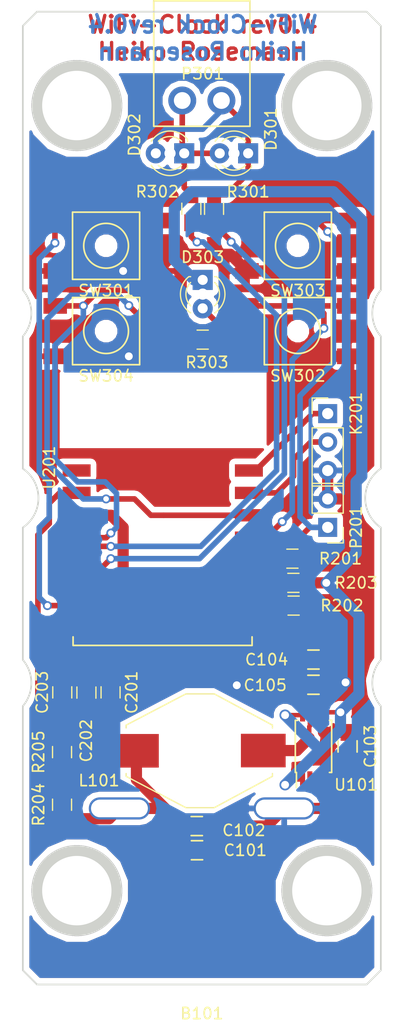
<source format=kicad_pcb>
(kicad_pcb (version 4) (host pcbnew 4.0.7)
  (layers (0 F.Cu signal) (31 B.Cu signal) (34 B.Paste user hide) (35 F.Paste user hide) (36 B.SilkS user) (37 F.SilkS user) (38 B.Mask user) (39 F.Mask user) (44 Edge.Cuts user))
  (net 0 "")
  (net 1 +BATT)
  (net 2 GND)
  (net 3 "Net-(C103-Pad1)")
  (net 4 VCC)
  (net 5 "Net-(L101-Pad2)")
  (net 6 CLOCK1)
  (net 7 CLOCK2)
  (net 8 "Net-(D301-Pad1)")
  (net 9 "Net-(D301-Pad2)")
  (net 10 "Net-(D303-Pad2)")
  (net 11 "Net-(K201-Pad1)")
  (net 12 "Net-(K201-Pad2)")
  (net 13 "Net-(R202-Pad2)")
  (net 14 "Net-(R203-Pad1)")
  (net 15 STATUS_LED)
  (net 16 KEY)
  (net 17 "Net-(R204-Pad2)")
  (net 18 KEY_MINUTE)
  (net 19 KEY_CONF)
  (net 20 KEY_HOUR)
  (module Capacitors_SMD:C_0805_HandSoldering (layer F.Cu) (at 99.568 131.445)
    (fp_text reference C101 (at 4.318 0 180) (layer F.SilkS))
    (fp_text value 22u/25V)
    (fp_line (start 0.5 -0.85) (end -0.5 -0.85) (layer F.SilkS) (width 0.15))
    (fp_line (start -0.5 0.85) (end 0.5 0.85) (layer F.SilkS) (width 0.15))
    (pad 1 smd rect (at -1.25 0) (size 1.5 1.25) (layers F.Cu F.Paste F.Mask) (net 1 +BATT))
    (pad 2 smd rect (at 1.25 0) (size 1.5 1.25) (layers F.Cu F.Paste F.Mask) (net 2 GND))
  )
  (module Capacitors_SMD:C_0805_HandSoldering (layer F.Cu) (at 99.548 129.286)
    (fp_text reference C102 (at 4.211 0.381) (layer F.SilkS))
    (fp_text value 22u/25V)
    (fp_line (start 0.5 -0.85) (end -0.5 -0.85) (layer F.SilkS) (width 0.15))
    (fp_line (start -0.5 0.85) (end 0.5 0.85) (layer F.SilkS) (width 0.15))
    (pad 1 smd rect (at -1.25 0) (size 1.5 1.25) (layers F.Cu F.Paste F.Mask) (net 1 +BATT))
    (pad 2 smd rect (at 1.25 0) (size 1.5 1.25) (layers F.Cu F.Paste F.Mask) (net 2 GND))
  )
  (module Capacitors_SMD:C_0805_HandSoldering (layer F.Cu) (at 113.03 122.174 90)
    (fp_text reference C103 (at 0 2.032 90) (layer F.SilkS))
    (fp_text value 100n)
    (fp_line (start 0.5 -0.85) (end -0.5 -0.85) (layer F.SilkS) (width 0.15))
    (fp_line (start -0.5 0.85) (end 0.5 0.85) (layer F.SilkS) (width 0.15))
    (pad 1 smd rect (at -1.25 0 90) (size 1.5 1.25) (layers F.Cu F.Paste F.Mask) (net 3 "Net-(C103-Pad1)"))
    (pad 2 smd rect (at 1.25 0 90) (size 1.5 1.25) (layers F.Cu F.Paste F.Mask) (net 2 GND))
  )
  (module Capacitors_SMD:C_0805_HandSoldering (layer F.Cu) (at 109.977 114.419)
    (fp_text reference C104 (at -4.186 0.008 180) (layer F.SilkS))
    (fp_text value 22u/25V)
    (fp_line (start 0.5 -0.85) (end -0.5 -0.85) (layer F.SilkS) (width 0.15))
    (fp_line (start -0.5 0.85) (end 0.5 0.85) (layer F.SilkS) (width 0.15))
    (pad 1 smd rect (at -1.25 0) (size 1.5 1.25) (layers F.Cu F.Paste F.Mask) (net 4 VCC))
    (pad 2 smd rect (at 1.25 0) (size 1.5 1.25) (layers F.Cu F.Paste F.Mask) (net 2 GND))
  )
  (module Capacitors_SMD:C_0805_HandSoldering (layer F.Cu) (at 109.977 116.669)
    (fp_text reference C105 (at -4.313 0.044) (layer F.SilkS))
    (fp_text value 22u/25V)
    (fp_line (start 0.5 -0.85) (end -0.5 -0.85) (layer F.SilkS) (width 0.15))
    (fp_line (start -0.5 0.85) (end 0.5 0.85) (layer F.SilkS) (width 0.15))
    (pad 1 smd rect (at -1.25 0) (size 1.5 1.25) (layers F.Cu F.Paste F.Mask) (net 4 VCC))
    (pad 2 smd rect (at 1.25 0) (size 1.5 1.25) (layers F.Cu F.Paste F.Mask) (net 2 GND))
  )
  (module Housings_SSOP:TSSOP-8_4.4x3mm_Pitch0.65mm (layer F.Cu) (at 109.982 122.174 90)
    (fp_text reference U101 (at -3.429 3.81 180) (layer F.SilkS))
    (fp_text value L6920D)
    (fp_line (start -2.325 -1.625) (end -2.325 -1.525) (layer F.SilkS) (width 0.15))
    (fp_line (start 2.325 -1.625) (end 2.325 -1.425) (layer F.SilkS) (width 0.15))
    (fp_line (start 2.325 1.625) (end 2.325 1.425) (layer F.SilkS) (width 0.15))
    (fp_line (start -2.325 1.625) (end -2.325 1.425) (layer F.SilkS) (width 0.15))
    (fp_line (start -2.325 -1.625) (end 2.325 -1.625) (layer F.SilkS) (width 0.15))
    (fp_line (start -2.325 1.625) (end 2.325 1.625) (layer F.SilkS) (width 0.15))
    (fp_line (start -2.325 -1.525) (end -3.675 -1.525) (layer F.SilkS) (width 0.15))
    (pad 1 smd rect (at -2.95 -0.975 90) (size 1.45 0.45) (layers F.Cu F.Paste F.Mask) (net 4 VCC))
    (pad 2 smd rect (at -2.95 -0.325 90) (size 1.45 0.45) (layers F.Cu F.Paste F.Mask))
    (pad 3 smd rect (at -2.95 0.325 90) (size 1.45 0.45) (layers F.Cu F.Paste F.Mask))
    (pad 4 smd rect (at -2.95 0.975 90) (size 1.45 0.45) (layers F.Cu F.Paste F.Mask) (net 3 "Net-(C103-Pad1)"))
    (pad 5 smd rect (at 2.95 0.975 90) (size 1.45 0.45) (layers F.Cu F.Paste F.Mask) (net 4 VCC))
    (pad 6 smd rect (at 2.95 0.325 90) (size 1.45 0.45) (layers F.Cu F.Paste F.Mask) (net 2 GND))
    (pad 7 smd rect (at 2.95 -0.325 90) (size 1.45 0.45) (layers F.Cu F.Paste F.Mask) (net 5 "Net-(L101-Pad2)"))
    (pad 8 smd rect (at 2.95 -0.975 90) (size 1.45 0.45) (layers F.Cu F.Paste F.Mask) (net 4 VCC))
  )
  (module myFootprints:NEW_AGE_COMPACT_AA_PCBEdges (layer F.Cu) (at 100 100 180)
    (fp_text reference B101 (at 0 -46.0248 180) (layer F.SilkS))
    (fp_text value BATT_HOLDER_2)
    (fp_arc (start -18.415 -16.51) (end -16.002 -18.57248) (angle 81) (layer Edge.Cuts) (width 0.15))
    (fp_line (start 16.002 18.57248) (end 16.002 42.164) (layer Edge.Cuts) (width 0.15))
    (fp_line (start 16.002 2.6289) (end 16.002 14.44752) (layer Edge.Cuts) (width 0.15))
    (fp_line (start 16.002 -14.44752) (end 16.002 -2.6289) (layer Edge.Cuts) (width 0.15))
    (fp_line (start -16.002 -42.164) (end -14.732 -43.434) (layer Edge.Cuts) (width 0.15))
    (fp_line (start 14.732 -43.434) (end -14.732 -43.434) (layer Edge.Cuts) (width 0.15))
    (fp_line (start 14.732 -43.434) (end 16.002 -42.164) (layer Edge.Cuts) (width 0.15))
    (fp_line (start 16.002 42.164) (end 14.732 43.434) (layer Edge.Cuts) (width 0.15))
    (fp_line (start 14.732 43.434) (end -14.732 43.434) (layer Edge.Cuts) (width 0.15))
    (fp_line (start -14.732 43.434) (end -16.002 42.164) (layer Edge.Cuts) (width 0.15))
    (fp_line (start 16.002 -42.164) (end 16.002 -18.57248) (layer Edge.Cuts) (width 0.15))
    (fp_line (start -16.002 -42.164) (end -16.002 -18.57248) (layer Edge.Cuts) (width 0.15))
    (fp_line (start -16.002 -14.44752) (end -16.002 -2.6289) (layer Edge.Cuts) (width 0.15))
    (fp_line (start -16.002 2.6289) (end -16.002 14.44752) (layer Edge.Cuts) (width 0.15))
    (fp_line (start -16.002 18.57248) (end -16.002 42.164) (layer Edge.Cuts) (width 0.15))
    (fp_arc (start -18.415 16.51) (end -16.002 14.44752) (angle 81) (layer Edge.Cuts) (width 0.15))
    (fp_arc (start -17.78 0) (end -16.002 -2.6289) (angle 111.8) (layer Edge.Cuts) (width 0.15))
    (fp_arc (start 18.415 16.51) (end 16.002 18.57248) (angle 81) (layer Edge.Cuts) (width 0.15))
    (fp_arc (start 18.415 -16.51) (end 16.002 -14.44752) (angle 81) (layer Edge.Cuts) (width 0.15))
    (fp_arc (start 17.78 0) (end 16.002 2.6289) (angle 111.8) (layer Edge.Cuts) (width 0.15))
    (pad "" np_thru_hole circle (at -11.176 35.052 180) (size 8.128 8.128) (drill 6.1976) (layers *.Cu *.Mask Edge.Cuts))
    (pad "" np_thru_hole circle (at 11.176 -35.052 180) (size 8.128 8.128) (drill 6.1976) (layers *.Cu *.Mask Edge.Cuts))
    (pad "" np_thru_hole circle (at -11.176 -35.052 180) (size 8.128 8.128) (drill 6.1976) (layers *.Cu *.Mask Edge.Cuts))
    (pad "" np_thru_hole circle (at 11.176 35.052 180) (size 8.128 8.128) (drill 6.1976) (layers *.Cu *.Mask Edge.Cuts))
    (pad MI thru_hole oval (at -7.366 -27.7114 180) (size 5.48 1.9748) (drill oval 5.08 1.5748) (layers *.Cu *.Mask) (net 2 GND))
    (pad PL thru_hole oval (at 7.366 -27.7114 180) (size 5.48 1.9748) (drill oval 5.08 1.5748) (layers *.Cu *.Mask) (net 1 +BATT))
  )
  (module Capacitors_SMD:C_0805_HandSoldering (layer F.Cu) (at 91.840734 117.348 270)
    (fp_text reference C201 (at 0 -1.885266 270) (layer F.SilkS))
    (fp_text value 100n)
    (fp_line (start 0.5 -0.85) (end -0.5 -0.85) (layer F.SilkS) (width 0.12))
    (fp_line (start -0.5 0.85) (end 0.5 0.85) (layer F.SilkS) (width 0.12))
    (pad 1 smd rect (at -1.25 0 270) (size 1.5 1.25) (layers F.Cu F.Paste F.Mask) (net 4 VCC))
    (pad 2 smd rect (at 1.25 0 270) (size 1.5 1.25) (layers F.Cu F.Paste F.Mask) (net 2 GND))
  )
  (module Capacitors_SMD:C_0805_HandSoldering (layer F.Cu) (at 89.681734 117.368 270)
    (fp_text reference C202 (at 4.298 0.019734 270) (layer F.SilkS))
    (fp_text value 22u)
    (fp_line (start 0.5 -0.85) (end -0.5 -0.85) (layer F.SilkS) (width 0.12))
    (fp_line (start -0.5 0.85) (end 0.5 0.85) (layer F.SilkS) (width 0.12))
    (pad 1 smd rect (at -1.25 0 270) (size 1.5 1.25) (layers F.Cu F.Paste F.Mask) (net 4 VCC))
    (pad 2 smd rect (at 1.25 0 270) (size 1.5 1.25) (layers F.Cu F.Paste F.Mask) (net 2 GND))
  )
  (module Capacitors_SMD:C_0805_HandSoldering (layer F.Cu) (at 87.522734 117.348 270)
    (fp_text reference C203 (at 0 1.797734 270) (layer F.SilkS))
    (fp_text value 100u)
    (fp_line (start 0.5 -0.85) (end -0.5 -0.85) (layer F.SilkS) (width 0.12))
    (fp_line (start -0.5 0.85) (end 0.5 0.85) (layer F.SilkS) (width 0.12))
    (pad 1 smd rect (at -1.25 0 270) (size 1.5 1.25) (layers F.Cu F.Paste F.Mask) (net 4 VCC))
    (pad 2 smd rect (at 1.25 0 270) (size 1.5 1.25) (layers F.Cu F.Paste F.Mask) (net 2 GND))
  )
  (module myFootprints:LED_D3.0mm (layer F.Cu) (at 104.14 69.215 180)
    (fp_text reference D301 (at -2.032 2.159 270) (layer F.SilkS))
    (fp_text value red)
    (fp_arc (start 1.27 0) (end -0.29 -1.235516) (angle 108.8) (layer F.SilkS) (width 0.12))
    (fp_arc (start 1.27 0) (end -0.29 1.235516) (angle -108.8) (layer F.SilkS) (width 0.12))
    (fp_arc (start 1.27 0) (end 0.229039 -1.08) (angle 87.9) (layer F.SilkS) (width 0.12))
    (fp_arc (start 1.27 0) (end 0.229039 1.08) (angle -87.9) (layer F.SilkS) (width 0.12))
    (fp_line (start -0.29 -1.236) (end -0.29 -1.08) (layer F.SilkS) (width 0.12))
    (fp_line (start -0.29 1.08) (end -0.29 1.236) (layer F.SilkS) (width 0.12))
    (pad 1 thru_hole rect (at 0 0 180) (size 1.8 1.8) (drill 0.9) (layers *.Cu *.Mask) (net 8 "Net-(D301-Pad1)"))
    (pad 2 thru_hole circle (at 2.54 0 180) (size 1.8 1.8) (drill 0.9) (layers *.Cu *.Mask) (net 9 "Net-(D301-Pad2)"))
    (pad "" np_thru_hole circle (at 1.27 0 180) (size 1 1) (drill 1) (layers *.Cu *.Mask))
  )
  (module myFootprints:LED_D3.0mm (layer F.Cu) (at 98.425 69.215 180)
    (fp_text reference D302 (at 4.445 1.651 270) (layer F.SilkS))
    (fp_text value red)
    (fp_arc (start 1.27 0) (end -0.29 -1.235516) (angle 108.8) (layer F.SilkS) (width 0.12))
    (fp_arc (start 1.27 0) (end -0.29 1.235516) (angle -108.8) (layer F.SilkS) (width 0.12))
    (fp_arc (start 1.27 0) (end 0.229039 -1.08) (angle 87.9) (layer F.SilkS) (width 0.12))
    (fp_arc (start 1.27 0) (end 0.229039 1.08) (angle -87.9) (layer F.SilkS) (width 0.12))
    (fp_line (start -0.29 -1.236) (end -0.29 -1.08) (layer F.SilkS) (width 0.12))
    (fp_line (start -0.29 1.08) (end -0.29 1.236) (layer F.SilkS) (width 0.12))
    (pad 1 thru_hole rect (at 0 0 180) (size 1.8 1.8) (drill 0.9) (layers *.Cu *.Mask) (net 9 "Net-(D301-Pad2)"))
    (pad 2 thru_hole circle (at 2.54 0 180) (size 1.8 1.8) (drill 0.9) (layers *.Cu *.Mask) (net 8 "Net-(D301-Pad1)"))
    (pad "" np_thru_hole circle (at 1.27 0 180) (size 1 1) (drill 1) (layers *.Cu *.Mask))
  )
  (module myFootprints:LED_D3.0mm (layer F.Cu) (at 100.076 80.518 270)
    (fp_text reference D303 (at -2.032 0 360) (layer F.SilkS))
    (fp_text value red)
    (fp_arc (start 1.27 0) (end -0.29 -1.235516) (angle 108.8) (layer F.SilkS) (width 0.12))
    (fp_arc (start 1.27 0) (end -0.29 1.235516) (angle -108.8) (layer F.SilkS) (width 0.12))
    (fp_arc (start 1.27 0) (end 0.229039 -1.08) (angle 87.9) (layer F.SilkS) (width 0.12))
    (fp_arc (start 1.27 0) (end 0.229039 1.08) (angle -87.9) (layer F.SilkS) (width 0.12))
    (fp_line (start -0.29 -1.236) (end -0.29 -1.08) (layer F.SilkS) (width 0.12))
    (fp_line (start -0.29 1.08) (end -0.29 1.236) (layer F.SilkS) (width 0.12))
    (pad 1 thru_hole rect (at 0 0 270) (size 1.8 1.8) (drill 0.9) (layers *.Cu *.Mask) (net 4 VCC))
    (pad 2 thru_hole circle (at 2.54 0 270) (size 1.8 1.8) (drill 0.9) (layers *.Cu *.Mask) (net 10 "Net-(D303-Pad2)"))
    (pad "" np_thru_hole circle (at 1.27 0 270) (size 1 1) (drill 1) (layers *.Cu *.Mask))
  )
  (module Pin_Headers:Pin_Header_Straight_1x03_Pitch2.54mm (layer F.Cu) (at 111.252 92.456)
    (fp_text reference K201 (at 2.54 0 90) (layer F.SilkS))
    (fp_text value UART_ESP)
    (fp_line (start -1.39 1.27) (end -1.39 6.47) (layer F.SilkS) (width 0.12))
    (fp_line (start -1.39 6.47) (end 1.39 6.47) (layer F.SilkS) (width 0.12))
    (fp_line (start 1.39 6.47) (end 1.39 1.27) (layer F.SilkS) (width 0.12))
    (fp_line (start 1.39 1.27) (end -1.39 1.27) (layer F.SilkS) (width 0.12))
    (fp_line (start -1.39 0) (end -1.39 -1.39) (layer F.SilkS) (width 0.12))
    (fp_line (start -1.39 -1.39) (end 0 -1.39) (layer F.SilkS) (width 0.12))
    (pad 1 thru_hole rect (at 0 0) (size 1.7 1.7) (drill 1) (layers *.Cu *.Mask) (net 11 "Net-(K201-Pad1)"))
    (pad 2 thru_hole oval (at 0 2.54) (size 1.7 1.7) (drill 1) (layers *.Cu *.Mask) (net 12 "Net-(K201-Pad2)"))
    (pad 3 thru_hole oval (at 0 5.08) (size 1.7 1.7) (drill 1) (layers *.Cu *.Mask) (net 2 GND))
  )
  (module Inductors_SMD:L_Fastron_PISN_Handsoldering (layer F.Cu) (at 99.822 122.555 180)
    (fp_text reference L101 (at 9.017 -2.667 180) (layer F.SilkS))
    (fp_text value 22u)
    (fp_line (start -1.29 -5.09) (end 1.25 -5.09) (layer F.SilkS) (width 0.12))
    (fp_line (start -1.29 5.07) (end 1.25 5.07) (layer F.SilkS) (width 0.12))
    (fp_line (start 1.25 5.07) (end 6.59 2.28) (layer F.SilkS) (width 0.12))
    (fp_line (start 6.59 2.28) (end 6.59 2.03) (layer F.SilkS) (width 0.12))
    (fp_line (start -1.29 5.07) (end -6.49 2.28) (layer F.SilkS) (width 0.12))
    (fp_line (start -6.49 2.28) (end -6.49 2.03) (layer F.SilkS) (width 0.12))
    (fp_line (start 1.25 -5.09) (end 6.59 -2.29) (layer F.SilkS) (width 0.12))
    (fp_line (start 6.59 -2.29) (end 6.59 -2.04) (layer F.SilkS) (width 0.12))
    (fp_line (start -6.49 -2.29) (end -6.49 -2.04) (layer F.SilkS) (width 0.12))
    (fp_line (start -1.29 -5.09) (end -6.49 -2.29) (layer F.SilkS) (width 0.12))
    (pad 2 smd rect (at -5.67 0.01 180) (size 4 3) (layers F.Cu F.Paste F.Mask) (net 5 "Net-(L101-Pad2)"))
    (pad 1 smd rect (at 5.67 -0.01 180) (size 4 3) (layers F.Cu F.Paste F.Mask) (net 1 +BATT))
  )
  (module Pin_Headers:Pin_Header_Straight_1x02_Pitch2.54mm (layer F.Cu) (at 111.252 102.616 180)
    (fp_text reference P201 (at -2.54 0 270) (layer F.SilkS))
    (fp_text value ESP_BOOTLOAD)
    (fp_line (start -1.39 1.27) (end -1.39 3.93) (layer F.SilkS) (width 0.12))
    (fp_line (start -1.39 3.93) (end 1.39 3.93) (layer F.SilkS) (width 0.12))
    (fp_line (start 1.39 3.93) (end 1.39 1.27) (layer F.SilkS) (width 0.12))
    (fp_line (start 1.39 1.27) (end -1.39 1.27) (layer F.SilkS) (width 0.12))
    (fp_line (start -1.39 0) (end -1.39 -1.39) (layer F.SilkS) (width 0.12))
    (fp_line (start -1.39 -1.39) (end 0 -1.39) (layer F.SilkS) (width 0.12))
    (pad 1 thru_hole rect (at 0 0 180) (size 1.7 1.7) (drill 1) (layers *.Cu *.Mask) (net 18 KEY_MINUTE))
    (pad 2 thru_hole oval (at 0 2.54 180) (size 1.7 1.7) (drill 1) (layers *.Cu *.Mask) (net 2 GND))
  )
  (module myFootprints:AKL183-02 (layer F.Cu) (at 101.75 64.5 180)
    (fp_text reference P301 (at 1.674 2.397 180) (layer F.SilkS))
    (fp_text value CLOCK)
    (fp_line (start 6.05 8.9) (end -2.55 8.9) (layer F.SilkS) (width 0.15))
    (fp_line (start 6.05 -2.3) (end 6.05 8.9) (layer F.SilkS) (width 0.15))
    (fp_line (start -2.55 -2.3) (end 6.05 -2.3) (layer F.SilkS) (width 0.15))
    (fp_line (start -2.55 8.9) (end -2.55 -2.3) (layer F.SilkS) (width 0.15))
    (pad 1 thru_hole circle (at 0 0 180) (size 2.5 2.5) (drill 1.5) (layers *.Cu *.Mask) (net 8 "Net-(D301-Pad1)"))
    (pad 2 thru_hole circle (at 3.5 0 180) (size 2.5 2.5) (drill 1.5) (layers *.Cu *.Mask) (net 9 "Net-(D301-Pad2)"))
  )
  (module Capacitors_SMD:C_0805_HandSoldering (layer F.Cu) (at 108.097 105.41)
    (fp_text reference R201 (at 4.298 0) (layer F.SilkS))
    (fp_text value 10k)
    (fp_line (start 0.5 -0.85) (end -0.5 -0.85) (layer F.SilkS) (width 0.12))
    (fp_line (start -0.5 0.85) (end 0.5 0.85) (layer F.SilkS) (width 0.12))
    (pad 1 smd rect (at -1.25 0) (size 1.5 1.25) (layers F.Cu F.Paste F.Mask) (net 18 KEY_MINUTE))
    (pad 2 smd rect (at 1.25 0) (size 1.5 1.25) (layers F.Cu F.Paste F.Mask) (net 4 VCC))
  )
  (module Capacitors_SMD:C_0805_HandSoldering (layer F.Cu) (at 108.204 109.601 180)
    (fp_text reference R202 (at -4.318 0 180) (layer F.SilkS))
    (fp_text value 10k)
    (fp_line (start 0.5 -0.85) (end -0.5 -0.85) (layer F.SilkS) (width 0.12))
    (fp_line (start -0.5 0.85) (end 0.5 0.85) (layer F.SilkS) (width 0.12))
    (pad 1 smd rect (at -1.25 0 180) (size 1.5 1.25) (layers F.Cu F.Paste F.Mask) (net 2 GND))
    (pad 2 smd rect (at 1.25 0 180) (size 1.5 1.25) (layers F.Cu F.Paste F.Mask) (net 13 "Net-(R202-Pad2)"))
  )
  (module Capacitors_SMD:C_0805_HandSoldering (layer F.Cu) (at 108.184 107.569)
    (fp_text reference R203 (at 5.608 0) (layer F.SilkS))
    (fp_text value 10k)
    (fp_line (start 0.5 -0.85) (end -0.5 -0.85) (layer F.SilkS) (width 0.12))
    (fp_line (start -0.5 0.85) (end 0.5 0.85) (layer F.SilkS) (width 0.12))
    (pad 1 smd rect (at -1.25 0) (size 1.5 1.25) (layers F.Cu F.Paste F.Mask) (net 14 "Net-(R203-Pad1)"))
    (pad 2 smd rect (at 1.25 0) (size 1.5 1.25) (layers F.Cu F.Paste F.Mask) (net 4 VCC))
  )
  (module Capacitors_SMD:C_0805_HandSoldering (layer F.Cu) (at 101.092 74.168 270)
    (fp_text reference R301 (at -1.524 -3.048 360) (layer F.SilkS))
    (fp_text value 220)
    (fp_line (start 0.5 -0.85) (end -0.5 -0.85) (layer F.SilkS) (width 0.12))
    (fp_line (start -0.5 0.85) (end 0.5 0.85) (layer F.SilkS) (width 0.12))
    (pad 1 smd rect (at -1.25 0 270) (size 1.5 1.25) (layers F.Cu F.Paste F.Mask) (net 8 "Net-(D301-Pad1)"))
    (pad 2 smd rect (at 1.25 0 270) (size 1.5 1.25) (layers F.Cu F.Paste F.Mask) (net 6 CLOCK1))
  )
  (module Capacitors_SMD:C_0805_HandSoldering (layer F.Cu) (at 99.06 74.168 270)
    (fp_text reference R302 (at -1.524 3.048 360) (layer F.SilkS))
    (fp_text value 220)
    (fp_line (start 0.5 -0.85) (end -0.5 -0.85) (layer F.SilkS) (width 0.12))
    (fp_line (start -0.5 0.85) (end 0.5 0.85) (layer F.SilkS) (width 0.12))
    (pad 1 smd rect (at -1.25 0 270) (size 1.5 1.25) (layers F.Cu F.Paste F.Mask) (net 9 "Net-(D301-Pad2)"))
    (pad 2 smd rect (at 1.25 0 270) (size 1.5 1.25) (layers F.Cu F.Paste F.Mask) (net 7 CLOCK2))
  )
  (module Capacitors_SMD:C_0805_HandSoldering (layer F.Cu) (at 100.076 85.852)
    (fp_text reference R303 (at 0.381 2.032 180) (layer F.SilkS))
    (fp_text value 330)
    (fp_line (start 0.5 -0.85) (end -0.5 -0.85) (layer F.SilkS) (width 0.12))
    (fp_line (start -0.5 0.85) (end 0.5 0.85) (layer F.SilkS) (width 0.12))
    (pad 1 smd rect (at -1.25 0) (size 1.5 1.25) (layers F.Cu F.Paste F.Mask) (net 15 STATUS_LED))
    (pad 2 smd rect (at 1.25 0) (size 1.5 1.25) (layers F.Cu F.Paste F.Mask) (net 10 "Net-(D303-Pad2)"))
  )
  (module ESP8266:ESP-12E_SMD (layer F.Cu) (at 89.505 97.536)
    (fp_text reference U201 (at -3.145 -0.254 90) (layer F.SilkS))
    (fp_text value ESP-12E hide)
    (fp_line (start -1.016 14.859) (end -1.016 15.621) (layer F.SilkS) (width 0.1524))
    (fp_line (start -1.016 15.621) (end 14.986 15.621) (layer F.SilkS) (width 0.1524))
    (fp_line (start 14.986 15.621) (end 14.986 14.859) (layer F.SilkS) (width 0.1524))
    (pad 1 smd rect (at 0 0) (size 2.5 1.1) (drill (offset -0.7 0)) (layers F.Cu F.Paste F.Mask))
    (pad 2 smd rect (at 0 2) (size 2.5 1.1) (drill (offset -0.7 0)) (layers F.Cu F.Paste F.Mask) (net 17 "Net-(R204-Pad2)"))
    (pad 3 smd rect (at 0 4) (size 2.5 1.1) (drill (offset -0.7 0)) (layers F.Cu F.Paste F.Mask) (net 4 VCC))
    (pad 4 smd rect (at 0 6) (size 2.5 1.1) (drill (offset -0.7 0)) (layers F.Cu F.Paste F.Mask) (net 16 KEY))
    (pad 5 smd rect (at 0 8) (size 2.5 1.1) (drill (offset -0.7 0)) (layers F.Cu F.Paste F.Mask) (net 7 CLOCK2))
    (pad 6 smd rect (at 0 10) (size 2.5 1.1) (drill (offset -0.7 0)) (layers F.Cu F.Paste F.Mask) (net 6 CLOCK1))
    (pad 7 smd rect (at 0 12) (size 2.5 1.1) (drill (offset -0.7 0)) (layers F.Cu F.Paste F.Mask) (net 19 KEY_CONF))
    (pad 8 smd rect (at 0 14) (size 2.5 1.1) (drill (offset -0.7 0)) (layers F.Cu F.Paste F.Mask) (net 4 VCC))
    (pad 9 smd rect (at 14 14) (size 2.5 1.1) (drill (offset 0.7 0)) (layers F.Cu F.Paste F.Mask) (net 2 GND))
    (pad 10 smd rect (at 14 12) (size 2.5 1.1) (drill (offset 0.7 0)) (layers F.Cu F.Paste F.Mask) (net 13 "Net-(R202-Pad2)"))
    (pad 11 smd rect (at 14 10) (size 2.5 1.1) (drill (offset 0.7 0)) (layers F.Cu F.Paste F.Mask) (net 14 "Net-(R203-Pad1)"))
    (pad 12 smd rect (at 14 8) (size 2.5 1.1) (drill (offset 0.7 0)) (layers F.Cu F.Paste F.Mask) (net 18 KEY_MINUTE))
    (pad 13 smd rect (at 14 6) (size 2.5 1.1) (drill (offset 0.7 0)) (layers F.Cu F.Paste F.Mask) (net 20 KEY_HOUR))
    (pad 14 smd rect (at 14 4) (size 2.5 1.1) (drill (offset 0.7 0)) (layers F.Cu F.Paste F.Mask) (net 15 STATUS_LED))
    (pad 15 smd rect (at 14 2) (size 2.5 1.1) (drill (offset 0.7 0)) (layers F.Cu F.Paste F.Mask) (net 12 "Net-(K201-Pad2)"))
    (pad 16 smd rect (at 14 0) (size 2.5 1.1) (drill (offset 0.7 0)) (layers F.Cu F.Paste F.Mask) (net 11 "Net-(K201-Pad1)"))
    (pad 17 smd rect (at 1.99 15 90) (size 2.5 1.1) (drill (offset -0.7 0)) (layers F.Cu F.Paste F.Mask))
    (pad 18 smd rect (at 3.99 15 90) (size 2.5 1.1) (drill (offset -0.7 0)) (layers F.Cu F.Paste F.Mask))
    (pad 19 smd rect (at 5.99 15 90) (size 2.5 1.1) (drill (offset -0.7 0)) (layers F.Cu F.Paste F.Mask))
    (pad 20 smd rect (at 7.99 15 90) (size 2.5 1.1) (drill (offset -0.7 0)) (layers F.Cu F.Paste F.Mask))
    (pad 21 smd rect (at 9.99 15 90) (size 2.5 1.1) (drill (offset -0.7 0)) (layers F.Cu F.Paste F.Mask))
    (pad 22 smd rect (at 11.99 15 90) (size 2.5 1.1) (drill (offset -0.7 0)) (layers F.Cu F.Paste F.Mask))
  )
  (module Capacitors_SMD:C_0805_HandSoldering (layer F.Cu) (at 87.503 127.381 90)
    (fp_text reference R204 (at 0 -2.1 90) (layer F.SilkS))
    (fp_text value 100k)
    (fp_line (start 0.5 -0.85) (end -0.5 -0.85) (layer F.SilkS) (width 0.12))
    (fp_line (start -0.5 0.85) (end 0.5 0.85) (layer F.SilkS) (width 0.12))
    (pad 1 smd rect (at -1.25 0 90) (size 1.5 1.25) (layers F.Cu F.Paste F.Mask) (net 1 +BATT))
    (pad 2 smd rect (at 1.25 0 90) (size 1.5 1.25) (layers F.Cu F.Paste F.Mask) (net 17 "Net-(R204-Pad2)"))
  )
  (module Capacitors_SMD:C_0805_HandSoldering (layer F.Cu) (at 87.503 122.682 90)
    (fp_text reference R205 (at 0 -2.1 90) (layer F.SilkS))
    (fp_text value 47k)
    (fp_line (start 0.5 -0.85) (end -0.5 -0.85) (layer F.SilkS) (width 0.12))
    (fp_line (start -0.5 0.85) (end 0.5 0.85) (layer F.SilkS) (width 0.12))
    (pad 1 smd rect (at -1.25 0 90) (size 1.5 1.25) (layers F.Cu F.Paste F.Mask) (net 17 "Net-(R204-Pad2)"))
    (pad 2 smd rect (at 1.25 0 90) (size 1.5 1.25) (layers F.Cu F.Paste F.Mask) (net 2 GND))
  )
  (module myFootprints:Taster_9319 (layer F.Cu) (at 91.44 85.09)
    (fp_text reference SW304 (at 0 4) (layer F.SilkS))
    (fp_text value SW_PUSH)
    (fp_circle (center 0 0) (end 0 2) (layer F.SilkS) (width 0.15))
    (fp_line (start -3 -3) (end 3 -3) (layer F.SilkS) (width 0.15))
    (fp_line (start 3 -3) (end 3 3) (layer F.SilkS) (width 0.15))
    (fp_line (start 3 3) (end -3 3) (layer F.SilkS) (width 0.15))
    (fp_line (start -3 3) (end -3 -3) (layer F.SilkS) (width 0.15))
    (pad 1 smd rect (at -4.55 2.25) (size 2.1 1.4) (layers F.Cu F.Paste F.Mask) (net 2 GND))
    (pad 1 smd rect (at 4.55 2.25) (size 2.1 1.4) (layers F.Cu F.Paste F.Mask) (net 2 GND))
    (pad 2 smd rect (at -4.55 -2.25) (size 2.1 1.4) (layers F.Cu F.Paste F.Mask) (net 16 KEY))
    (pad 2 smd rect (at 4.55 -2.25) (size 2.1 1.4) (layers F.Cu F.Paste F.Mask) (net 16 KEY))
    (pad "" np_thru_hole circle (at 0 0) (size 1 1) (drill 1) (layers *.Cu *.Mask))
  )
  (module myFootprints:Taster_9319 (layer F.Cu) (at 108.585 77.47)
    (fp_text reference SW303 (at 0 4) (layer F.SilkS))
    (fp_text value SW_PUSH)
    (fp_circle (center 0 0) (end 0 2) (layer F.SilkS) (width 0.15))
    (fp_line (start -3 -3) (end 3 -3) (layer F.SilkS) (width 0.15))
    (fp_line (start 3 -3) (end 3 3) (layer F.SilkS) (width 0.15))
    (fp_line (start 3 3) (end -3 3) (layer F.SilkS) (width 0.15))
    (fp_line (start -3 3) (end -3 -3) (layer F.SilkS) (width 0.15))
    (pad 1 smd rect (at -4.55 2.25) (size 2.1 1.4) (layers F.Cu F.Paste F.Mask) (net 2 GND))
    (pad 1 smd rect (at 4.55 2.25) (size 2.1 1.4) (layers F.Cu F.Paste F.Mask) (net 2 GND))
    (pad 2 smd rect (at -4.55 -2.25) (size 2.1 1.4) (layers F.Cu F.Paste F.Mask) (net 18 KEY_MINUTE))
    (pad 2 smd rect (at 4.55 -2.25) (size 2.1 1.4) (layers F.Cu F.Paste F.Mask) (net 18 KEY_MINUTE))
    (pad "" np_thru_hole circle (at 0 0) (size 1 1) (drill 1) (layers *.Cu *.Mask))
  )
  (module myFootprints:Taster_9319 (layer F.Cu) (at 108.585 85.09)
    (fp_text reference SW302 (at 0 4) (layer F.SilkS))
    (fp_text value SW_PUSH)
    (fp_circle (center 0 0) (end 0 2) (layer F.SilkS) (width 0.15))
    (fp_line (start -3 -3) (end 3 -3) (layer F.SilkS) (width 0.15))
    (fp_line (start 3 -3) (end 3 3) (layer F.SilkS) (width 0.15))
    (fp_line (start 3 3) (end -3 3) (layer F.SilkS) (width 0.15))
    (fp_line (start -3 3) (end -3 -3) (layer F.SilkS) (width 0.15))
    (pad 1 smd rect (at -4.55 2.25) (size 2.1 1.4) (layers F.Cu F.Paste F.Mask) (net 2 GND))
    (pad 1 smd rect (at 4.55 2.25) (size 2.1 1.4) (layers F.Cu F.Paste F.Mask) (net 2 GND))
    (pad 2 smd rect (at -4.55 -2.25) (size 2.1 1.4) (layers F.Cu F.Paste F.Mask) (net 20 KEY_HOUR))
    (pad 2 smd rect (at 4.55 -2.25) (size 2.1 1.4) (layers F.Cu F.Paste F.Mask) (net 20 KEY_HOUR))
    (pad "" np_thru_hole circle (at 0 0) (size 1 1) (drill 1) (layers *.Cu *.Mask))
  )
  (module myFootprints:Taster_9319 (layer F.Cu) (at 91.44 77.47)
    (fp_text reference SW301 (at 0 4) (layer F.SilkS))
    (fp_text value SW_PUSH)
    (fp_circle (center 0 0) (end 0 2) (layer F.SilkS) (width 0.15))
    (fp_line (start -3 -3) (end 3 -3) (layer F.SilkS) (width 0.15))
    (fp_line (start 3 -3) (end 3 3) (layer F.SilkS) (width 0.15))
    (fp_line (start 3 3) (end -3 3) (layer F.SilkS) (width 0.15))
    (fp_line (start -3 3) (end -3 -3) (layer F.SilkS) (width 0.15))
    (pad 1 smd rect (at -4.55 2.25) (size 2.1 1.4) (layers F.Cu F.Paste F.Mask) (net 2 GND))
    (pad 1 smd rect (at 4.55 2.25) (size 2.1 1.4) (layers F.Cu F.Paste F.Mask) (net 2 GND))
    (pad 2 smd rect (at -4.55 -2.25) (size 2.1 1.4) (layers F.Cu F.Paste F.Mask) (net 19 KEY_CONF))
    (pad 2 smd rect (at 4.55 -2.25) (size 2.1 1.4) (layers F.Cu F.Paste F.Mask) (net 19 KEY_CONF))
    (pad "" np_thru_hole circle (at 0 0) (size 1 1) (drill 1) (layers *.Cu *.Mask))
  )
  (gr_text "WiFi-Clock rev0.4\nHeiko Rosemann" (at 100.076 58.928 360) (layer B.Cu) (effects (font (size 1.5 1.5) (thickness 0.3)) (justify mirror)))
  (gr_text "WiFi-Clock rev0.4\nHeiko Rosemann" (at 100.076 58.928 360) (layer F.Cu) (effects (font (size 1.5 1.5) (thickness 0.3))))
  (segment (start 87.503 128.631) (end 91.7144 128.631) (width 1) (layer F.Cu) (net 1))
  (segment (start 91.7144 128.631) (end 92.634 127.7114) (width 1) (layer F.Cu) (net 1))
  (segment (start 90.8814 127.7114) (end 92.634 127.7114) (width 1) (layer F.Cu) (net 1))
  (segment (start 98.298 129.286) (end 94.152 125.14) (width 1) (layer F.Cu) (net 1))
  (segment (start 94.152 125.14) (end 94.152 122.565) (width 1) (layer F.Cu) (net 1))
  (segment (start 98.298 129.286) (end 98.298 131.425) (width 1) (layer F.Cu) (net 1))
  (segment (start 98.298 131.425) (end 98.318 131.445) (width 1) (layer F.Cu) (net 1))
  (segment (start 92.634 127.7114) (end 96.7234 127.7114) (width 1) (layer F.Cu) (net 1))
  (segment (start 96.7234 127.7114) (end 98.298 129.286) (width 1) (layer F.Cu) (net 1))
  (segment (start 93.472 87.34) (end 93.508 87.34) (width 1) (layer B.Cu) (net 2))
  (segment (start 93.508 87.34) (end 94.996 85.852) (width 1) (layer B.Cu) (net 2))
  (segment (start 94.996 85.852) (end 94.996 81.752) (width 1) (layer B.Cu) (net 2))
  (segment (start 94.996 81.752) (end 92.964 79.72) (width 1) (layer B.Cu) (net 2))
  (segment (start 86.89 79.72) (end 92.964 79.72) (width 1) (layer F.Cu) (net 2))
  (segment (start 92.964 79.72) (end 95.99 79.72) (width 1) (layer F.Cu) (net 2))
  (via (at 92.964 79.72) (size 1) (drill 0.7) (layers F.Cu B.Cu) (net 2))
  (segment (start 93.472 87.34) (end 86.89 87.34) (width 1) (layer F.Cu) (net 2))
  (segment (start 95.99 87.34) (end 93.472 87.34) (width 1) (layer F.Cu) (net 2))
  (via (at 93.472 87.34) (size 1) (drill 0.7) (layers F.Cu B.Cu) (net 2))
  (segment (start 95.99 87.34) (end 96.992 87.34) (width 1) (layer F.Cu) (net 2))
  (segment (start 96.992 87.34) (end 97.536 87.884) (width 1) (layer F.Cu) (net 2))
  (segment (start 97.536 87.884) (end 103.491 87.884) (width 1) (layer F.Cu) (net 2))
  (segment (start 103.491 87.884) (end 104.035 87.34) (width 1) (layer F.Cu) (net 2))
  (segment (start 95.99 79.72) (end 97.478 78.232) (width 1) (layer F.Cu) (net 2))
  (segment (start 97.478 78.232) (end 102.547 78.232) (width 1) (layer F.Cu) (net 2))
  (segment (start 102.547 78.232) (end 104.035 79.72) (width 1) (layer F.Cu) (net 2))
  (segment (start 113.135 87.34) (end 113.135 89.04) (width 1) (layer F.Cu) (net 2))
  (segment (start 113.135 89.04) (end 113.538 89.443) (width 1) (layer F.Cu) (net 2))
  (segment (start 113.538 89.443) (end 113.538 100.662002) (width 1) (layer F.Cu) (net 2))
  (segment (start 111.252 100.076) (end 111.252 97.536) (width 1) (layer F.Cu) (net 2))
  (segment (start 111.252 100.076) (end 112.951998 100.076) (width 1) (layer F.Cu) (net 2))
  (segment (start 112.951998 100.076) (end 113.538 100.662002) (width 1) (layer F.Cu) (net 2))
  (segment (start 113.538 100.662002) (end 113.538 109.22) (width 1) (layer F.Cu) (net 2))
  (segment (start 113.538 109.22) (end 111.384 111.374) (width 1) (layer F.Cu) (net 2))
  (segment (start 111.384 111.374) (end 111.227 111.374) (width 1) (layer F.Cu) (net 2))
  (segment (start 104.035 79.72) (end 113.135 79.72) (width 1) (layer F.Cu) (net 2))
  (segment (start 113.135 87.34) (end 104.035 87.34) (width 1) (layer F.Cu) (net 2))
  (segment (start 87.503 121.432) (end 87.503 118.617734) (width 1) (layer F.Cu) (net 2))
  (segment (start 87.503 118.617734) (end 87.522734 118.598) (width 1) (layer F.Cu) (net 2))
  (segment (start 91.840734 118.598) (end 93.979734 116.459) (width 1) (layer F.Cu) (net 2))
  (segment (start 93.979734 116.459) (end 102.87 116.459) (width 1) (layer F.Cu) (net 2))
  (segment (start 102.87 116.459) (end 103.124 116.713) (width 1) (layer F.Cu) (net 2))
  (segment (start 103.124 116.713) (end 103.124 116.712998) (width 1) (layer F.Cu) (net 2))
  (segment (start 112.84599 116.459) (end 103.377998 116.459) (width 1) (layer B.Cu) (net 2))
  (segment (start 103.377998 116.459) (end 103.124 116.712998) (width 1) (layer B.Cu) (net 2))
  (via (at 103.124 116.712998) (size 1) (drill 0.7) (layers F.Cu B.Cu) (net 2))
  (segment (start 113.03 120.924) (end 114.655 120.924) (width 1) (layer F.Cu) (net 2))
  (segment (start 114.655 120.924) (end 114.808 121.077) (width 1) (layer F.Cu) (net 2))
  (segment (start 114.808 121.077) (end 114.808 126.111) (width 1) (layer F.Cu) (net 2))
  (segment (start 113.2076 127.7114) (end 107.366 127.7114) (width 1) (layer F.Cu) (net 2))
  (segment (start 114.808 126.111) (end 113.2076 127.7114) (width 1) (layer F.Cu) (net 2))
  (segment (start 111.437 116.459) (end 112.84599 116.459) (width 1) (layer F.Cu) (net 2))
  (segment (start 111.227 116.669) (end 111.437 116.459) (width 1) (layer F.Cu) (net 2))
  (via (at 112.84599 116.459) (size 1) (drill 0.7) (layers F.Cu B.Cu) (net 2))
  (segment (start 89.681734 118.618) (end 91.820734 118.618) (width 1) (layer F.Cu) (net 2))
  (segment (start 91.820734 118.618) (end 91.840734 118.598) (width 1) (layer F.Cu) (net 2))
  (segment (start 87.522734 118.598) (end 89.661734 118.598) (width 1) (layer F.Cu) (net 2))
  (segment (start 89.661734 118.598) (end 89.681734 118.618) (width 1) (layer F.Cu) (net 2))
  (segment (start 100.798 129.286) (end 105.7914 129.286) (width 1) (layer F.Cu) (net 2))
  (segment (start 105.7914 129.286) (end 107.366 127.7114) (width 1) (layer F.Cu) (net 2))
  (segment (start 100.818 131.445) (end 100.818 129.306) (width 1) (layer F.Cu) (net 2))
  (segment (start 100.818 129.306) (end 100.798 129.286) (width 1) (layer F.Cu) (net 2))
  (segment (start 111.227 111.374) (end 110.343 110.49) (width 1) (layer F.Cu) (net 2))
  (segment (start 103.505 111.536) (end 109.297 111.536) (width 1) (layer F.Cu) (net 2))
  (segment (start 110.343 110.49) (end 109.454 109.601) (width 1) (layer F.Cu) (net 2))
  (segment (start 109.297 111.536) (end 110.343 110.49) (width 1) (layer F.Cu) (net 2))
  (segment (start 111.227 114.419) (end 111.227 111.374) (width 1) (layer F.Cu) (net 2))
  (segment (start 111.227 114.419) (end 111.227 116.669) (width 1) (layer F.Cu) (net 2))
  (segment (start 110.307 119.224) (end 110.307 117.856) (width 0.4) (layer F.Cu) (net 2))
  (segment (start 111.227 116.669) (end 111.227 116.936) (width 1) (layer F.Cu) (net 2))
  (segment (start 111.227 116.936) (end 110.307 117.856) (width 1) (layer F.Cu) (net 2))
  (segment (start 110.307 119.224) (end 110.307 120.34) (width 0.4) (layer F.Cu) (net 2))
  (segment (start 110.307 120.34) (end 110.871 120.904) (width 0.4) (layer F.Cu) (net 2))
  (segment (start 110.585998 120.523) (end 110.585998 120.618998) (width 0.4) (layer F.Cu) (net 2))
  (segment (start 110.585998 120.618998) (end 110.871 120.904) (width 0.4) (layer F.Cu) (net 2))
  (segment (start 110.871 120.904) (end 110.891 120.924) (width 1) (layer F.Cu) (net 2))
  (segment (start 110.891 120.924) (end 113.03 120.924) (width 1) (layer F.Cu) (net 2))
  (segment (start 110.307 119.224) (end 110.307 120.244002) (width 0.4) (layer F.Cu) (net 2))
  (segment (start 110.307 120.244002) (end 110.585998 120.523) (width 0.4) (layer F.Cu) (net 2))
  (segment (start 110.957 125.124) (end 111.33 125.124) (width 0.4) (layer F.Cu) (net 3))
  (segment (start 111.33 125.124) (end 113.03 123.424) (width 0.4) (layer F.Cu) (net 3))
  (segment (start 111.125018 107.569) (end 113.792 104.902018) (width 1) (layer B.Cu) (net 4))
  (segment (start 113.792 98.552) (end 114.3 98.044) (width 1) (layer B.Cu) (net 4))
  (segment (start 113.792 104.902018) (end 113.792 98.552) (width 1) (layer B.Cu) (net 4))
  (segment (start 99.06 72.644) (end 97.536 74.168) (width 1) (layer B.Cu) (net 4))
  (segment (start 99.314 80.518) (end 100.076 80.518) (width 1) (layer B.Cu) (net 4))
  (segment (start 114.3 98.044) (end 114.3 75.184) (width 1) (layer B.Cu) (net 4))
  (segment (start 114.3 75.184) (end 111.76 72.644) (width 1) (layer B.Cu) (net 4))
  (segment (start 111.76 72.644) (end 99.06 72.644) (width 1) (layer B.Cu) (net 4))
  (segment (start 97.536 74.168) (end 97.536 78.74) (width 1) (layer B.Cu) (net 4))
  (segment (start 97.536 78.74) (end 99.314 80.518) (width 1) (layer B.Cu) (net 4))
  (segment (start 89.505 101.536) (end 91.884 101.536) (width 1) (layer F.Cu) (net 4))
  (segment (start 91.884 101.536) (end 92.964 102.616) (width 1) (layer F.Cu) (net 4))
  (segment (start 92.964 102.616) (end 92.964 108.585) (width 1) (layer F.Cu) (net 4))
  (segment (start 92.964 108.585) (end 90.263001 111.285999) (width 1) (layer F.Cu) (net 4))
  (segment (start 90.263001 111.285999) (end 89.755001 111.285999) (width 1) (layer F.Cu) (net 4))
  (segment (start 89.755001 111.285999) (end 89.505 111.536) (width 1) (layer F.Cu) (net 4))
  (segment (start 114.046 110.489982) (end 111.125018 107.569) (width 1) (layer B.Cu) (net 4))
  (segment (start 114.046 117.475) (end 114.046 110.489982) (width 1) (layer B.Cu) (net 4))
  (segment (start 112.395 119.126) (end 114.046 117.475) (width 1) (layer B.Cu) (net 4))
  (segment (start 109.434 107.569) (end 111.125018 107.569) (width 1) (layer F.Cu) (net 4))
  (via (at 111.125018 107.569) (size 1) (drill 0.7) (layers F.Cu B.Cu) (net 4))
  (segment (start 106.137011 115.258989) (end 106.977 114.419) (width 1) (layer F.Cu) (net 4))
  (segment (start 93.288745 115.258989) (end 106.137011 115.258989) (width 1) (layer F.Cu) (net 4))
  (segment (start 92.449734 116.098) (end 93.288745 115.258989) (width 1) (layer F.Cu) (net 4))
  (segment (start 106.977 114.419) (end 108.727 114.419) (width 1) (layer F.Cu) (net 4))
  (segment (start 89.681734 116.118) (end 87.542734 116.118) (width 1) (layer F.Cu) (net 4))
  (segment (start 87.542734 116.118) (end 87.522734 116.098) (width 1) (layer F.Cu) (net 4))
  (segment (start 89.681734 116.118) (end 89.681734 115.455468) (width 1) (layer F.Cu) (net 4))
  (segment (start 89.681734 115.455468) (end 89.505 115.278734) (width 1) (layer F.Cu) (net 4))
  (segment (start 91.840734 116.098) (end 89.701734 116.098) (width 1) (layer F.Cu) (net 4))
  (segment (start 89.701734 116.098) (end 89.681734 116.118) (width 1) (layer F.Cu) (net 4))
  (segment (start 109.347 105.41) (end 109.347 107.482) (width 1) (layer F.Cu) (net 4))
  (segment (start 109.347 107.482) (end 109.434 107.569) (width 1) (layer F.Cu) (net 4))
  (segment (start 108.727 116.669) (end 108.727 114.419) (width 1) (layer F.Cu) (net 4))
  (segment (start 89.505 111.536) (end 89.505 115.278734) (width 1) (layer F.Cu) (net 4))
  (segment (start 112.395 120.65) (end 110.49 122.555) (width 1) (layer B.Cu) (net 4))
  (segment (start 110.49 122.555) (end 107.442 125.603) (width 1) (layer B.Cu) (net 4))
  (segment (start 107.442 119.38) (end 110.49 122.428) (width 1) (layer B.Cu) (net 4))
  (segment (start 110.49 122.428) (end 110.49 122.555) (width 1) (layer B.Cu) (net 4))
  (segment (start 112.395 119.126) (end 112.395 120.65) (width 1) (layer B.Cu) (net 4))
  (segment (start 107.442 119.38) (end 108.851 119.38) (width 0.4) (layer F.Cu) (net 4))
  (segment (start 108.851 119.38) (end 109.007 119.224) (width 0.4) (layer F.Cu) (net 4))
  (segment (start 110.363 122.682) (end 112.395 120.65) (width 0.4) (layer B.Cu) (net 4))
  (segment (start 107.442 125.603) (end 110.363 122.682) (width 0.4) (layer B.Cu) (net 4))
  (via (at 107.442 119.38) (size 1) (drill 0.7) (layers F.Cu B.Cu) (net 4))
  (segment (start 110.363 122.682) (end 110.363 122.301) (width 0.4) (layer B.Cu) (net 4))
  (segment (start 110.363 122.301) (end 107.442 119.38) (width 0.4) (layer B.Cu) (net 4))
  (segment (start 112.395 119.126) (end 111.055 119.126) (width 0.4) (layer F.Cu) (net 4))
  (segment (start 111.055 119.126) (end 110.957 119.224) (width 0.4) (layer F.Cu) (net 4))
  (via (at 112.395 119.126) (size 1) (drill 0.7) (layers F.Cu B.Cu) (net 4))
  (segment (start 109.007 125.124) (end 107.921 125.124) (width 0.4) (layer F.Cu) (net 4))
  (segment (start 107.921 125.124) (end 107.442 125.603) (width 0.4) (layer F.Cu) (net 4))
  (via (at 107.442 125.603) (size 1) (drill 0.7) (layers F.Cu B.Cu) (net 4))
  (segment (start 109.007 119.224) (end 109.007 116.949) (width 0.4) (layer F.Cu) (net 4))
  (segment (start 109.007 116.949) (end 108.727 116.669) (width 0.4) (layer F.Cu) (net 4))
  (segment (start 109.657 119.224) (end 109.657 120.349) (width 0.4) (layer F.Cu) (net 5))
  (segment (start 109.601 120.405) (end 109.601 121.436) (width 0.4) (layer F.Cu) (net 5))
  (segment (start 109.657 120.349) (end 109.601 120.405) (width 0.4) (layer F.Cu) (net 5))
  (segment (start 105.492 122.545) (end 108.492 122.545) (width 1) (layer F.Cu) (net 5))
  (segment (start 108.492 122.545) (end 109.601 121.436) (width 1) (layer F.Cu) (net 5))
  (segment (start 107.380011 81.892995) (end 103.021532 77.534516) (width 0.5) (layer B.Cu) (net 6))
  (segment (start 99.795965 105.41) (end 107.380011 97.825954) (width 0.5) (layer B.Cu) (net 6))
  (segment (start 103.021532 77.534516) (end 102.621533 77.134517) (width 0.5) (layer B.Cu) (net 6))
  (segment (start 91.86399 105.41) (end 99.795965 105.41) (width 0.5) (layer B.Cu) (net 6))
  (segment (start 107.380011 97.825954) (end 107.380011 81.892995) (width 0.5) (layer B.Cu) (net 6))
  (segment (start 102.621533 77.072533) (end 102.621533 77.134517) (width 0.5) (layer F.Cu) (net 6))
  (via (at 102.621533 77.134517) (size 0.8) (drill 0.5) (layers F.Cu B.Cu) (net 6))
  (segment (start 101.092 75.418) (end 101.092 75.543) (width 0.5) (layer F.Cu) (net 6))
  (segment (start 101.092 75.543) (end 102.621533 77.072533) (width 0.5) (layer F.Cu) (net 6))
  (segment (start 89.73799 107.536) (end 91.463991 105.809999) (width 0.5) (layer F.Cu) (net 6))
  (segment (start 91.463991 105.809999) (end 91.86399 105.41) (width 0.5) (layer F.Cu) (net 6))
  (segment (start 89.505 107.536) (end 89.73799 107.536) (width 0.5) (layer F.Cu) (net 6))
  (via (at 91.86399 105.41) (size 0.8) (drill 0.5) (layers F.Cu B.Cu) (net 6))
  (segment (start 91.86399 104.311524) (end 99.904476 104.311524) (width 0.5) (layer B.Cu) (net 7))
  (segment (start 99.904476 104.311524) (end 106.68 97.536) (width 0.5) (layer B.Cu) (net 7))
  (segment (start 106.68 97.536) (end 106.68 83.678305) (width 0.5) (layer B.Cu) (net 7))
  (segment (start 106.68 83.678305) (end 100.133685 77.13199) (width 0.5) (layer B.Cu) (net 7))
  (segment (start 100.133685 77.13199) (end 99.568 77.13199) (width 0.5) (layer B.Cu) (net 7))
  (segment (start 99.06 75.418) (end 99.06 76.668) (width 0.5) (layer F.Cu) (net 7))
  (segment (start 99.06 76.668) (end 99.52399 77.13199) (width 0.5) (layer F.Cu) (net 7))
  (segment (start 99.52399 77.13199) (end 99.568 77.13199) (width 0.5) (layer F.Cu) (net 7))
  (via (at 99.568 77.13199) (size 0.8) (drill 0.5) (layers F.Cu B.Cu) (net 7))
  (segment (start 90.729476 104.311524) (end 91.298305 104.311524) (width 0.5) (layer F.Cu) (net 7))
  (segment (start 91.298305 104.311524) (end 91.86399 104.311524) (width 0.5) (layer F.Cu) (net 7))
  (segment (start 89.505 105.536) (end 90.729476 104.311524) (width 0.5) (layer F.Cu) (net 7))
  (via (at 91.86399 104.311524) (size 0.8) (drill 0.5) (layers F.Cu B.Cu) (net 7))
  (segment (start 95.885 69.215) (end 95.885 67.942208) (width 0.5) (layer B.Cu) (net 8))
  (segment (start 95.885 67.942208) (end 96.771208 67.056) (width 0.5) (layer B.Cu) (net 8))
  (segment (start 96.771208 67.056) (end 100.076 67.056) (width 0.5) (layer B.Cu) (net 8))
  (segment (start 100.076 67.056) (end 101.75 65.382) (width 0.5) (layer B.Cu) (net 8))
  (segment (start 101.75 65.382) (end 101.75 64.5) (width 0.5) (layer B.Cu) (net 8))
  (segment (start 101.092 72.918) (end 102.217 72.918) (width 0.5) (layer F.Cu) (net 8))
  (segment (start 104.14 70.995) (end 104.14 69.215) (width 0.5) (layer F.Cu) (net 8))
  (segment (start 102.217 72.918) (end 104.14 70.995) (width 0.5) (layer F.Cu) (net 8))
  (segment (start 104.14 69.215) (end 104.14 66.89) (width 0.5) (layer F.Cu) (net 8))
  (segment (start 104.14 66.89) (end 101.75 64.5) (width 0.5) (layer F.Cu) (net 8))
  (segment (start 98.425 69.215) (end 98.425 72.283) (width 0.5) (layer F.Cu) (net 9))
  (segment (start 98.425 72.283) (end 99.06 72.918) (width 0.5) (layer F.Cu) (net 9))
  (segment (start 98.425 69.215) (end 101.6 69.215) (width 0.5) (layer F.Cu) (net 9))
  (segment (start 98.25 64.5) (end 98.25 69.04) (width 0.5) (layer F.Cu) (net 9))
  (segment (start 98.25 69.04) (end 98.425 69.215) (width 0.5) (layer F.Cu) (net 9))
  (segment (start 101.326 85.852) (end 101.326 84.308) (width 0.5) (layer F.Cu) (net 10))
  (segment (start 101.326 84.308) (end 100.076 83.058) (width 0.5) (layer F.Cu) (net 10))
  (segment (start 105.156 97.536) (end 105.156 97.202) (width 0.5) (layer F.Cu) (net 11))
  (segment (start 105.156 97.202) (end 109.902 92.456) (width 0.5) (layer F.Cu) (net 11))
  (segment (start 109.902 92.456) (end 111.252 92.456) (width 0.5) (layer F.Cu) (net 11))
  (segment (start 103.505 97.536) (end 105.156 97.536) (width 0.5) (layer F.Cu) (net 11))
  (segment (start 103.505 99.536) (end 106.712 99.536) (width 0.5) (layer F.Cu) (net 12))
  (segment (start 106.712 99.536) (end 108.204 98.044) (width 0.5) (layer F.Cu) (net 12))
  (segment (start 108.204 98.044) (end 108.204 96.52) (width 0.5) (layer F.Cu) (net 12))
  (segment (start 109.728 94.996) (end 111.252 94.996) (width 0.5) (layer F.Cu) (net 12))
  (segment (start 108.204 96.52) (end 109.728 94.996) (width 0.5) (layer F.Cu) (net 12))
  (segment (start 106.954 109.601) (end 103.57 109.601) (width 0.5) (layer F.Cu) (net 13))
  (segment (start 103.57 109.601) (end 103.505 109.536) (width 0.5) (layer F.Cu) (net 13))
  (segment (start 106.934 107.569) (end 103.538 107.569) (width 0.5) (layer F.Cu) (net 14))
  (segment (start 103.538 107.569) (end 103.505 107.536) (width 0.5) (layer F.Cu) (net 14))
  (segment (start 93.871999 83.203991) (end 93.472 82.803992) (width 0.5) (layer F.Cu) (net 15))
  (segment (start 88.283999 81.896001) (end 92.564009 81.896001) (width 0.5) (layer B.Cu) (net 15))
  (segment (start 98.826 85.852) (end 96.520008 85.852) (width 0.5) (layer F.Cu) (net 15))
  (segment (start 92.564009 81.896001) (end 93.072001 82.403993) (width 0.5) (layer B.Cu) (net 15))
  (segment (start 86.167989 84.012011) (end 88.283999 81.896001) (width 0.5) (layer B.Cu) (net 15))
  (segment (start 86.167989 96.835989) (end 86.167989 84.012011) (width 0.5) (layer B.Cu) (net 15))
  (segment (start 89.408 100.076) (end 86.167989 96.835989) (width 0.5) (layer B.Cu) (net 15))
  (segment (start 91.44 100.076) (end 89.408 100.076) (width 0.5) (layer B.Cu) (net 15))
  (segment (start 93.072001 82.403993) (end 93.472 82.803992) (width 0.5) (layer B.Cu) (net 15))
  (segment (start 96.520008 85.852) (end 93.871999 83.203991) (width 0.5) (layer F.Cu) (net 15))
  (via (at 93.472 82.803992) (size 0.8) (drill 0.5) (layers F.Cu B.Cu) (net 15))
  (segment (start 95.44 101.536) (end 93.98 100.076) (width 0.5) (layer F.Cu) (net 15))
  (segment (start 93.98 100.076) (end 91.44 100.076) (width 0.5) (layer F.Cu) (net 15))
  (via (at 91.44 100.076) (size 0.8) (drill 0.5) (layers F.Cu B.Cu) (net 15))
  (segment (start 96.584 101.536) (end 95.44 101.536) (width 0.5) (layer F.Cu) (net 15))
  (segment (start 103.505 101.536) (end 96.584 101.536) (width 0.5) (layer F.Cu) (net 15))
  (segment (start 94.245999 81.445999) (end 95.64 82.84) (width 0.5) (layer F.Cu) (net 16))
  (segment (start 89.408 82.84) (end 90.802001 81.445999) (width 0.5) (layer F.Cu) (net 16))
  (segment (start 90.802001 81.445999) (end 94.245999 81.445999) (width 0.5) (layer F.Cu) (net 16))
  (segment (start 95.64 82.84) (end 95.99 82.84) (width 0.5) (layer F.Cu) (net 16))
  (segment (start 88.9 98.552) (end 91.35599 98.552) (width 0.5) (layer B.Cu) (net 16))
  (segment (start 91.35599 98.552) (end 92.37199 99.568) (width 0.5) (layer B.Cu) (net 16))
  (segment (start 92.37199 102.616) (end 92.37199 99.568) (width 0.5) (layer B.Cu) (net 16))
  (segment (start 91.86399 103.124) (end 92.37199 102.616) (width 0.5) (layer B.Cu) (net 16))
  (segment (start 88.9 98.552) (end 86.868 96.52) (width 0.5) (layer B.Cu) (net 16))
  (segment (start 86.868 96.52) (end 86.868 86.36) (width 0.5) (layer B.Cu) (net 16))
  (segment (start 86.868 86.36) (end 89.408 83.82) (width 0.5) (layer B.Cu) (net 16))
  (segment (start 89.408 83.82) (end 89.408 82.84) (width 0.5) (layer B.Cu) (net 16))
  (segment (start 89.505 103.536) (end 91.45199 103.536) (width 0.5) (layer F.Cu) (net 16))
  (segment (start 91.463991 103.523999) (end 91.86399 103.124) (width 0.5) (layer F.Cu) (net 16))
  (via (at 91.86399 103.124) (size 0.8) (drill 0.5) (layers F.Cu B.Cu) (net 16))
  (segment (start 91.45199 103.536) (end 91.463991 103.523999) (width 0.5) (layer F.Cu) (net 16))
  (segment (start 86.89 82.84) (end 89.408 82.84) (width 0.5) (layer F.Cu) (net 16))
  (via (at 89.408 82.84) (size 0.8) (drill 0.5) (layers F.Cu B.Cu) (net 16))
  (segment (start 89.505 103.536) (end 89.536 103.505) (width 0.5) (layer F.Cu) (net 16))
  (segment (start 86.36 102.273999) (end 86.36 100.457) (width 0.5) (layer F.Cu) (net 17))
  (segment (start 87.503 123.932) (end 87.503 123.807) (width 0.5) (layer F.Cu) (net 17))
  (segment (start 87.503 123.807) (end 85.344 121.648) (width 0.5) (layer F.Cu) (net 17))
  (segment (start 85.344 121.648) (end 85.344 103.289999) (width 0.5) (layer F.Cu) (net 17))
  (segment (start 85.344 103.289999) (end 86.36 102.273999) (width 0.5) (layer F.Cu) (net 17))
  (segment (start 86.36 100.457) (end 87.281 99.536) (width 0.5) (layer F.Cu) (net 17))
  (segment (start 87.281 99.536) (end 89.505 99.536) (width 0.5) (layer F.Cu) (net 17))
  (segment (start 87.503 126.131) (end 87.503 123.932) (width 0.5) (layer F.Cu) (net 17))
  (segment (start 111.252 102.616) (end 109.641 102.616) (width 0.5) (layer F.Cu) (net 18))
  (segment (start 109.641 102.616) (end 108.097 104.16) (width 0.5) (layer F.Cu) (net 18))
  (segment (start 108.097 104.16) (end 106.847 105.41) (width 0.5) (layer F.Cu) (net 18))
  (segment (start 111.252 102.616) (end 109.728 102.616) (width 0.5) (layer B.Cu) (net 18))
  (segment (start 109.728 102.616) (end 108.780033 101.668033) (width 0.5) (layer B.Cu) (net 18))
  (segment (start 108.780033 101.668033) (end 108.780033 90.863967) (width 0.5) (layer B.Cu) (net 18))
  (segment (start 108.780033 90.863967) (end 111.76 87.884) (width 0.5) (layer B.Cu) (net 18))
  (segment (start 111.76 87.884) (end 111.76 76.708) (width 0.5) (layer B.Cu) (net 18))
  (segment (start 111.651999 76.599999) (end 111.252 76.2) (width 0.5) (layer B.Cu) (net 18))
  (segment (start 111.76 76.708) (end 111.651999 76.599999) (width 0.5) (layer B.Cu) (net 18))
  (segment (start 110.272 75.22) (end 111.252 76.2) (width 0.5) (layer F.Cu) (net 18))
  (segment (start 110.236 75.22) (end 110.272 75.22) (width 0.5) (layer F.Cu) (net 18))
  (via (at 111.252 76.2) (size 0.8) (drill 0.5) (layers F.Cu B.Cu) (net 18))
  (segment (start 104.035 75.22) (end 110.236 75.22) (width 0.5) (layer F.Cu) (net 18))
  (segment (start 110.236 75.22) (end 113.135 75.22) (width 0.5) (layer F.Cu) (net 18))
  (segment (start 106.847 105.41) (end 103.631 105.41) (width 0.5) (layer F.Cu) (net 18))
  (segment (start 103.631 105.41) (end 103.505 105.536) (width 0.5) (layer F.Cu) (net 18))
  (segment (start 86.868 77.216) (end 85.467978 78.616022) (width 0.5) (layer B.Cu) (net 19))
  (segment (start 85.467978 78.616022) (end 85.467978 97.659978) (width 0.5) (layer B.Cu) (net 19))
  (segment (start 85.467978 97.659978) (end 86.36 98.552) (width 0.5) (layer B.Cu) (net 19))
  (segment (start 86.36 98.552) (end 86.36 101.723978) (width 0.5) (layer B.Cu) (net 19))
  (segment (start 86.36 101.723978) (end 85.467978 102.616) (width 0.5) (layer B.Cu) (net 19))
  (segment (start 85.467978 102.616) (end 85.467978 108.874968) (width 0.5) (layer B.Cu) (net 19))
  (segment (start 85.467978 108.874968) (end 86.19401 109.601) (width 0.5) (layer B.Cu) (net 19))
  (segment (start 89.44 109.601) (end 86.19401 109.601) (width 0.5) (layer F.Cu) (net 19))
  (segment (start 89.505 109.536) (end 89.44 109.601) (width 0.5) (layer F.Cu) (net 19))
  (via (at 86.19401 109.601) (size 0.8) (drill 0.5) (layers F.Cu B.Cu) (net 19))
  (segment (start 86.868 77.216) (end 86.868 75.242) (width 0.5) (layer F.Cu) (net 19))
  (segment (start 86.868 75.242) (end 86.89 75.22) (width 0.5) (layer F.Cu) (net 19))
  (via (at 86.868 77.216) (size 0.8) (drill 0.5) (layers F.Cu B.Cu) (net 19))
  (segment (start 86.89 75.22) (end 95.99 75.22) (width 0.5) (layer F.Cu) (net 19))
  (segment (start 107.588023 101.708001) (end 107.188024 102.108) (width 0.5) (layer B.Cu) (net 20))
  (segment (start 108.080022 87.665968) (end 108.080022 101.216002) (width 0.5) (layer B.Cu) (net 20))
  (via (at 107.188024 102.108) (size 0.8) (drill 0.5) (layers F.Cu B.Cu) (net 20))
  (segment (start 105.760024 103.536) (end 106.788025 102.507999) (width 0.5) (layer F.Cu) (net 20))
  (segment (start 110.90999 84.836) (end 108.080022 87.665968) (width 0.5) (layer B.Cu) (net 20))
  (segment (start 103.505 103.536) (end 105.760024 103.536) (width 0.5) (layer F.Cu) (net 20))
  (segment (start 108.080022 101.216002) (end 107.588023 101.708001) (width 0.5) (layer B.Cu) (net 20))
  (segment (start 106.788025 102.507999) (end 107.188024 102.108) (width 0.5) (layer F.Cu) (net 20))
  (segment (start 110.90999 83.51399) (end 110.90999 84.270315) (width 0.5) (layer F.Cu) (net 20))
  (segment (start 110.236 82.84) (end 110.90999 83.51399) (width 0.5) (layer F.Cu) (net 20))
  (segment (start 110.90999 84.270315) (end 110.90999 84.836) (width 0.5) (layer F.Cu) (net 20))
  (via (at 110.90999 84.836) (size 0.8) (drill 0.5) (layers F.Cu B.Cu) (net 20))
  (segment (start 113.135 82.84) (end 110.236 82.84) (width 0.5) (layer F.Cu) (net 20))
  (segment (start 110.236 82.84) (end 104.035 82.84) (width 0.5) (layer F.Cu) (net 20))
  (zone (net 2) (net_name GND) (layer B.Cu) (connect_pads (clearance 0.508)) (min_thickness 0.254) (fill yes (arc_segments 16) (thermal_gap 0.508) (thermal_bridge_width 0.508))
    (polygon (pts (xy 84.074 56.642) (xy 84.074 143.383) (xy 115.951 143.383) (xy 115.951 56.642)))
  )
  (zone (net 2) (net_name GND) (layer F.Cu) (connect_pads (clearance 0.508)) (min_thickness 0.254) (fill yes (arc_segments 16) (thermal_gap 0.508) (thermal_bridge_width 0.508))
    (polygon (pts (xy 115.904 56.642) (xy 115.904 143.383) (xy 84.154 143.383) (xy 84.074 56.642)))
  )
  (zone (net 0) (net_name "") (layer B.Cu) (connect_pads (clearance 0.508)) (min_thickness 0.254)
    (keepout (tracks not_allowed) (vias not_allowed) (copperpour not_allowed))
    (fill yes (arc_segments 16) (thermal_gap 0.508) (thermal_bridge_width 0.508))
    (polygon (pts (xy 87.289 88.793) (xy 105.789 88.793) (xy 105.789 95.543) (xy 87.289 95.543)))
  )
  (zone (net 0) (net_name "") (layer F.Cu) (connect_pads (clearance 0.508)) (min_thickness 0.254)
    (keepout (tracks not_allowed) (vias not_allowed) (copperpour not_allowed))
    (fill yes (arc_segments 16) (thermal_gap 0.508) (thermal_bridge_width 0.508))
    (polygon (pts (xy 87.289 88.793) (xy 105.789 88.793) (xy 105.789 95.543) (xy 87.289 95.543)))
  )
  (zone (net 0) (net_name "") (layer F.Cu) (connect_pads (clearance 0.508)) (min_thickness 0.254)
    (keepout (tracks not_allowed) (vias not_allowed) (copperpour not_allowed))
    (fill yes (arc_segments 16) (thermal_gap 0.508) (thermal_bridge_width 0.508))
    (polygon (pts (xy 92.71 120.015) (xy 98.552 116.967) (xy 101.092 116.967) (xy 106.934 120.015) (xy 106.934 125.095) (xy 101.092 128.143) (xy 98.552 128.143) (xy 92.71 125.095)))
  )
  (zone (net 0) (net_name "") (layer B.Cu) (connect_pads (clearance 0.508)) (min_thickness 0.254)
    (keepout (tracks not_allowed) (vias not_allowed) (copperpour not_allowed))
    (fill yes (arc_segments 16) (thermal_gap 0.508) (thermal_bridge_width 0.508))
    (polygon (pts (xy 92.71 120.015) (xy 98.552 116.967) (xy 101.092 116.967) (xy 106.934 120.015) (xy 106.934 125.095) (xy 101.092 128.143) (xy 98.552 128.143) (xy 92.71 125.095)))
  )
)
</source>
